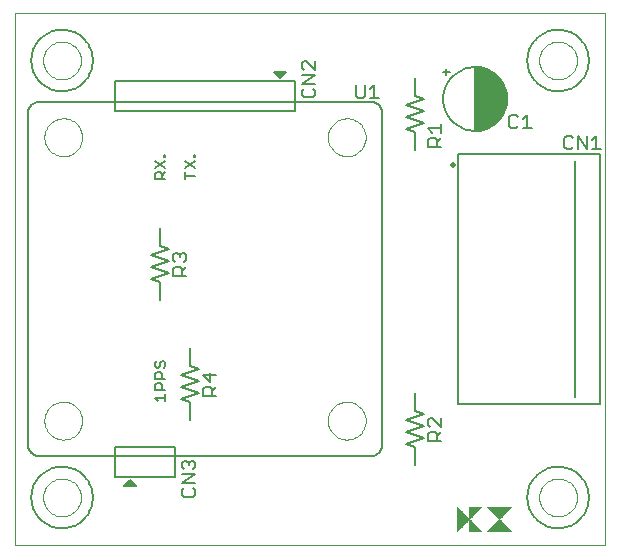
<source format=gto>
G75*
G70*
%OFA0B0*%
%FSLAX24Y24*%
%IPPOS*%
%LPD*%
%AMOC8*
5,1,8,0,0,1.08239X$1,22.5*
%
%ADD10C,0.0000*%
%ADD11C,0.0050*%
%ADD12C,0.0020*%
%ADD13C,0.0060*%
%ADD14C,0.0200*%
D10*
X000105Y000102D02*
X000105Y017818D01*
X019790Y017818D01*
X019790Y000102D01*
X000105Y000102D01*
X001050Y001677D02*
X001052Y001727D01*
X001058Y001777D01*
X001068Y001826D01*
X001082Y001874D01*
X001099Y001921D01*
X001120Y001966D01*
X001145Y002010D01*
X001173Y002051D01*
X001205Y002090D01*
X001239Y002127D01*
X001276Y002161D01*
X001316Y002191D01*
X001358Y002218D01*
X001402Y002242D01*
X001448Y002263D01*
X001495Y002279D01*
X001543Y002292D01*
X001593Y002301D01*
X001642Y002306D01*
X001693Y002307D01*
X001743Y002304D01*
X001792Y002297D01*
X001841Y002286D01*
X001889Y002271D01*
X001935Y002253D01*
X001980Y002231D01*
X002023Y002205D01*
X002064Y002176D01*
X002103Y002144D01*
X002139Y002109D01*
X002171Y002071D01*
X002201Y002031D01*
X002228Y001988D01*
X002251Y001944D01*
X002270Y001898D01*
X002286Y001850D01*
X002298Y001801D01*
X002306Y001752D01*
X002310Y001702D01*
X002310Y001652D01*
X002306Y001602D01*
X002298Y001553D01*
X002286Y001504D01*
X002270Y001456D01*
X002251Y001410D01*
X002228Y001366D01*
X002201Y001323D01*
X002171Y001283D01*
X002139Y001245D01*
X002103Y001210D01*
X002064Y001178D01*
X002023Y001149D01*
X001980Y001123D01*
X001935Y001101D01*
X001889Y001083D01*
X001841Y001068D01*
X001792Y001057D01*
X001743Y001050D01*
X001693Y001047D01*
X001642Y001048D01*
X001593Y001053D01*
X001543Y001062D01*
X001495Y001075D01*
X001448Y001091D01*
X001402Y001112D01*
X001358Y001136D01*
X001316Y001163D01*
X001276Y001193D01*
X001239Y001227D01*
X001205Y001264D01*
X001173Y001303D01*
X001145Y001344D01*
X001120Y001388D01*
X001099Y001433D01*
X001082Y001480D01*
X001068Y001528D01*
X001058Y001577D01*
X001052Y001627D01*
X001050Y001677D01*
X001093Y004236D02*
X001095Y004286D01*
X001101Y004336D01*
X001111Y004385D01*
X001125Y004433D01*
X001142Y004480D01*
X001163Y004525D01*
X001188Y004569D01*
X001216Y004610D01*
X001248Y004649D01*
X001282Y004686D01*
X001319Y004720D01*
X001359Y004750D01*
X001401Y004777D01*
X001445Y004801D01*
X001491Y004822D01*
X001538Y004838D01*
X001586Y004851D01*
X001636Y004860D01*
X001685Y004865D01*
X001736Y004866D01*
X001786Y004863D01*
X001835Y004856D01*
X001884Y004845D01*
X001932Y004830D01*
X001978Y004812D01*
X002023Y004790D01*
X002066Y004764D01*
X002107Y004735D01*
X002146Y004703D01*
X002182Y004668D01*
X002214Y004630D01*
X002244Y004590D01*
X002271Y004547D01*
X002294Y004503D01*
X002313Y004457D01*
X002329Y004409D01*
X002341Y004360D01*
X002349Y004311D01*
X002353Y004261D01*
X002353Y004211D01*
X002349Y004161D01*
X002341Y004112D01*
X002329Y004063D01*
X002313Y004015D01*
X002294Y003969D01*
X002271Y003925D01*
X002244Y003882D01*
X002214Y003842D01*
X002182Y003804D01*
X002146Y003769D01*
X002107Y003737D01*
X002066Y003708D01*
X002023Y003682D01*
X001978Y003660D01*
X001932Y003642D01*
X001884Y003627D01*
X001835Y003616D01*
X001786Y003609D01*
X001736Y003606D01*
X001685Y003607D01*
X001636Y003612D01*
X001586Y003621D01*
X001538Y003634D01*
X001491Y003650D01*
X001445Y003671D01*
X001401Y003695D01*
X001359Y003722D01*
X001319Y003752D01*
X001282Y003786D01*
X001248Y003823D01*
X001216Y003862D01*
X001188Y003903D01*
X001163Y003947D01*
X001142Y003992D01*
X001125Y004039D01*
X001111Y004087D01*
X001101Y004136D01*
X001095Y004186D01*
X001093Y004236D01*
X010542Y004236D02*
X010544Y004286D01*
X010550Y004336D01*
X010560Y004385D01*
X010574Y004433D01*
X010591Y004480D01*
X010612Y004525D01*
X010637Y004569D01*
X010665Y004610D01*
X010697Y004649D01*
X010731Y004686D01*
X010768Y004720D01*
X010808Y004750D01*
X010850Y004777D01*
X010894Y004801D01*
X010940Y004822D01*
X010987Y004838D01*
X011035Y004851D01*
X011085Y004860D01*
X011134Y004865D01*
X011185Y004866D01*
X011235Y004863D01*
X011284Y004856D01*
X011333Y004845D01*
X011381Y004830D01*
X011427Y004812D01*
X011472Y004790D01*
X011515Y004764D01*
X011556Y004735D01*
X011595Y004703D01*
X011631Y004668D01*
X011663Y004630D01*
X011693Y004590D01*
X011720Y004547D01*
X011743Y004503D01*
X011762Y004457D01*
X011778Y004409D01*
X011790Y004360D01*
X011798Y004311D01*
X011802Y004261D01*
X011802Y004211D01*
X011798Y004161D01*
X011790Y004112D01*
X011778Y004063D01*
X011762Y004015D01*
X011743Y003969D01*
X011720Y003925D01*
X011693Y003882D01*
X011663Y003842D01*
X011631Y003804D01*
X011595Y003769D01*
X011556Y003737D01*
X011515Y003708D01*
X011472Y003682D01*
X011427Y003660D01*
X011381Y003642D01*
X011333Y003627D01*
X011284Y003616D01*
X011235Y003609D01*
X011185Y003606D01*
X011134Y003607D01*
X011085Y003612D01*
X011035Y003621D01*
X010987Y003634D01*
X010940Y003650D01*
X010894Y003671D01*
X010850Y003695D01*
X010808Y003722D01*
X010768Y003752D01*
X010731Y003786D01*
X010697Y003823D01*
X010665Y003862D01*
X010637Y003903D01*
X010612Y003947D01*
X010591Y003992D01*
X010574Y004039D01*
X010560Y004087D01*
X010550Y004136D01*
X010544Y004186D01*
X010542Y004236D01*
X017585Y001677D02*
X017587Y001727D01*
X017593Y001777D01*
X017603Y001826D01*
X017617Y001874D01*
X017634Y001921D01*
X017655Y001966D01*
X017680Y002010D01*
X017708Y002051D01*
X017740Y002090D01*
X017774Y002127D01*
X017811Y002161D01*
X017851Y002191D01*
X017893Y002218D01*
X017937Y002242D01*
X017983Y002263D01*
X018030Y002279D01*
X018078Y002292D01*
X018128Y002301D01*
X018177Y002306D01*
X018228Y002307D01*
X018278Y002304D01*
X018327Y002297D01*
X018376Y002286D01*
X018424Y002271D01*
X018470Y002253D01*
X018515Y002231D01*
X018558Y002205D01*
X018599Y002176D01*
X018638Y002144D01*
X018674Y002109D01*
X018706Y002071D01*
X018736Y002031D01*
X018763Y001988D01*
X018786Y001944D01*
X018805Y001898D01*
X018821Y001850D01*
X018833Y001801D01*
X018841Y001752D01*
X018845Y001702D01*
X018845Y001652D01*
X018841Y001602D01*
X018833Y001553D01*
X018821Y001504D01*
X018805Y001456D01*
X018786Y001410D01*
X018763Y001366D01*
X018736Y001323D01*
X018706Y001283D01*
X018674Y001245D01*
X018638Y001210D01*
X018599Y001178D01*
X018558Y001149D01*
X018515Y001123D01*
X018470Y001101D01*
X018424Y001083D01*
X018376Y001068D01*
X018327Y001057D01*
X018278Y001050D01*
X018228Y001047D01*
X018177Y001048D01*
X018128Y001053D01*
X018078Y001062D01*
X018030Y001075D01*
X017983Y001091D01*
X017937Y001112D01*
X017893Y001136D01*
X017851Y001163D01*
X017811Y001193D01*
X017774Y001227D01*
X017740Y001264D01*
X017708Y001303D01*
X017680Y001344D01*
X017655Y001388D01*
X017634Y001433D01*
X017617Y001480D01*
X017603Y001528D01*
X017593Y001577D01*
X017587Y001627D01*
X017585Y001677D01*
X010542Y013684D02*
X010544Y013734D01*
X010550Y013784D01*
X010560Y013833D01*
X010574Y013881D01*
X010591Y013928D01*
X010612Y013973D01*
X010637Y014017D01*
X010665Y014058D01*
X010697Y014097D01*
X010731Y014134D01*
X010768Y014168D01*
X010808Y014198D01*
X010850Y014225D01*
X010894Y014249D01*
X010940Y014270D01*
X010987Y014286D01*
X011035Y014299D01*
X011085Y014308D01*
X011134Y014313D01*
X011185Y014314D01*
X011235Y014311D01*
X011284Y014304D01*
X011333Y014293D01*
X011381Y014278D01*
X011427Y014260D01*
X011472Y014238D01*
X011515Y014212D01*
X011556Y014183D01*
X011595Y014151D01*
X011631Y014116D01*
X011663Y014078D01*
X011693Y014038D01*
X011720Y013995D01*
X011743Y013951D01*
X011762Y013905D01*
X011778Y013857D01*
X011790Y013808D01*
X011798Y013759D01*
X011802Y013709D01*
X011802Y013659D01*
X011798Y013609D01*
X011790Y013560D01*
X011778Y013511D01*
X011762Y013463D01*
X011743Y013417D01*
X011720Y013373D01*
X011693Y013330D01*
X011663Y013290D01*
X011631Y013252D01*
X011595Y013217D01*
X011556Y013185D01*
X011515Y013156D01*
X011472Y013130D01*
X011427Y013108D01*
X011381Y013090D01*
X011333Y013075D01*
X011284Y013064D01*
X011235Y013057D01*
X011185Y013054D01*
X011134Y013055D01*
X011085Y013060D01*
X011035Y013069D01*
X010987Y013082D01*
X010940Y013098D01*
X010894Y013119D01*
X010850Y013143D01*
X010808Y013170D01*
X010768Y013200D01*
X010731Y013234D01*
X010697Y013271D01*
X010665Y013310D01*
X010637Y013351D01*
X010612Y013395D01*
X010591Y013440D01*
X010574Y013487D01*
X010560Y013535D01*
X010550Y013584D01*
X010544Y013634D01*
X010542Y013684D01*
X017585Y016243D02*
X017587Y016293D01*
X017593Y016343D01*
X017603Y016392D01*
X017617Y016440D01*
X017634Y016487D01*
X017655Y016532D01*
X017680Y016576D01*
X017708Y016617D01*
X017740Y016656D01*
X017774Y016693D01*
X017811Y016727D01*
X017851Y016757D01*
X017893Y016784D01*
X017937Y016808D01*
X017983Y016829D01*
X018030Y016845D01*
X018078Y016858D01*
X018128Y016867D01*
X018177Y016872D01*
X018228Y016873D01*
X018278Y016870D01*
X018327Y016863D01*
X018376Y016852D01*
X018424Y016837D01*
X018470Y016819D01*
X018515Y016797D01*
X018558Y016771D01*
X018599Y016742D01*
X018638Y016710D01*
X018674Y016675D01*
X018706Y016637D01*
X018736Y016597D01*
X018763Y016554D01*
X018786Y016510D01*
X018805Y016464D01*
X018821Y016416D01*
X018833Y016367D01*
X018841Y016318D01*
X018845Y016268D01*
X018845Y016218D01*
X018841Y016168D01*
X018833Y016119D01*
X018821Y016070D01*
X018805Y016022D01*
X018786Y015976D01*
X018763Y015932D01*
X018736Y015889D01*
X018706Y015849D01*
X018674Y015811D01*
X018638Y015776D01*
X018599Y015744D01*
X018558Y015715D01*
X018515Y015689D01*
X018470Y015667D01*
X018424Y015649D01*
X018376Y015634D01*
X018327Y015623D01*
X018278Y015616D01*
X018228Y015613D01*
X018177Y015614D01*
X018128Y015619D01*
X018078Y015628D01*
X018030Y015641D01*
X017983Y015657D01*
X017937Y015678D01*
X017893Y015702D01*
X017851Y015729D01*
X017811Y015759D01*
X017774Y015793D01*
X017740Y015830D01*
X017708Y015869D01*
X017680Y015910D01*
X017655Y015954D01*
X017634Y015999D01*
X017617Y016046D01*
X017603Y016094D01*
X017593Y016143D01*
X017587Y016193D01*
X017585Y016243D01*
X001050Y016243D02*
X001052Y016293D01*
X001058Y016343D01*
X001068Y016392D01*
X001082Y016440D01*
X001099Y016487D01*
X001120Y016532D01*
X001145Y016576D01*
X001173Y016617D01*
X001205Y016656D01*
X001239Y016693D01*
X001276Y016727D01*
X001316Y016757D01*
X001358Y016784D01*
X001402Y016808D01*
X001448Y016829D01*
X001495Y016845D01*
X001543Y016858D01*
X001593Y016867D01*
X001642Y016872D01*
X001693Y016873D01*
X001743Y016870D01*
X001792Y016863D01*
X001841Y016852D01*
X001889Y016837D01*
X001935Y016819D01*
X001980Y016797D01*
X002023Y016771D01*
X002064Y016742D01*
X002103Y016710D01*
X002139Y016675D01*
X002171Y016637D01*
X002201Y016597D01*
X002228Y016554D01*
X002251Y016510D01*
X002270Y016464D01*
X002286Y016416D01*
X002298Y016367D01*
X002306Y016318D01*
X002310Y016268D01*
X002310Y016218D01*
X002306Y016168D01*
X002298Y016119D01*
X002286Y016070D01*
X002270Y016022D01*
X002251Y015976D01*
X002228Y015932D01*
X002201Y015889D01*
X002171Y015849D01*
X002139Y015811D01*
X002103Y015776D01*
X002064Y015744D01*
X002023Y015715D01*
X001980Y015689D01*
X001935Y015667D01*
X001889Y015649D01*
X001841Y015634D01*
X001792Y015623D01*
X001743Y015616D01*
X001693Y015613D01*
X001642Y015614D01*
X001593Y015619D01*
X001543Y015628D01*
X001495Y015641D01*
X001448Y015657D01*
X001402Y015678D01*
X001358Y015702D01*
X001316Y015729D01*
X001276Y015759D01*
X001239Y015793D01*
X001205Y015830D01*
X001173Y015869D01*
X001145Y015910D01*
X001120Y015954D01*
X001099Y015999D01*
X001082Y016046D01*
X001068Y016094D01*
X001058Y016143D01*
X001052Y016193D01*
X001050Y016243D01*
X001093Y013684D02*
X001095Y013734D01*
X001101Y013784D01*
X001111Y013833D01*
X001125Y013881D01*
X001142Y013928D01*
X001163Y013973D01*
X001188Y014017D01*
X001216Y014058D01*
X001248Y014097D01*
X001282Y014134D01*
X001319Y014168D01*
X001359Y014198D01*
X001401Y014225D01*
X001445Y014249D01*
X001491Y014270D01*
X001538Y014286D01*
X001586Y014299D01*
X001636Y014308D01*
X001685Y014313D01*
X001736Y014314D01*
X001786Y014311D01*
X001835Y014304D01*
X001884Y014293D01*
X001932Y014278D01*
X001978Y014260D01*
X002023Y014238D01*
X002066Y014212D01*
X002107Y014183D01*
X002146Y014151D01*
X002182Y014116D01*
X002214Y014078D01*
X002244Y014038D01*
X002271Y013995D01*
X002294Y013951D01*
X002313Y013905D01*
X002329Y013857D01*
X002341Y013808D01*
X002349Y013759D01*
X002353Y013709D01*
X002353Y013659D01*
X002349Y013609D01*
X002341Y013560D01*
X002329Y013511D01*
X002313Y013463D01*
X002294Y013417D01*
X002271Y013373D01*
X002244Y013330D01*
X002214Y013290D01*
X002182Y013252D01*
X002146Y013217D01*
X002107Y013185D01*
X002066Y013156D01*
X002023Y013130D01*
X001978Y013108D01*
X001932Y013090D01*
X001884Y013075D01*
X001835Y013064D01*
X001786Y013057D01*
X001736Y013054D01*
X001685Y013055D01*
X001636Y013060D01*
X001586Y013069D01*
X001538Y013082D01*
X001491Y013098D01*
X001445Y013119D01*
X001401Y013143D01*
X001359Y013170D01*
X001319Y013200D01*
X001282Y013234D01*
X001248Y013271D01*
X001216Y013310D01*
X001188Y013351D01*
X001163Y013395D01*
X001142Y013440D01*
X001125Y013487D01*
X001111Y013535D01*
X001101Y013584D01*
X001095Y013634D01*
X001093Y013684D01*
D11*
X000542Y014472D02*
X000544Y014511D01*
X000550Y014549D01*
X000559Y014586D01*
X000572Y014623D01*
X000589Y014658D01*
X000608Y014691D01*
X000631Y014722D01*
X000657Y014751D01*
X000686Y014777D01*
X000717Y014800D01*
X000750Y014819D01*
X000785Y014836D01*
X000822Y014849D01*
X000859Y014858D01*
X000897Y014864D01*
X000936Y014866D01*
X011960Y014866D01*
X011999Y014864D01*
X012037Y014858D01*
X012074Y014849D01*
X012111Y014836D01*
X012146Y014819D01*
X012179Y014800D01*
X012210Y014777D01*
X012239Y014751D01*
X012265Y014722D01*
X012288Y014691D01*
X012307Y014658D01*
X012324Y014623D01*
X012337Y014586D01*
X012346Y014549D01*
X012352Y014511D01*
X012354Y014472D01*
X012353Y014472D02*
X012353Y003448D01*
X012354Y003448D02*
X012352Y003409D01*
X012346Y003371D01*
X012337Y003334D01*
X012324Y003297D01*
X012307Y003262D01*
X012288Y003229D01*
X012265Y003198D01*
X012239Y003169D01*
X012210Y003143D01*
X012179Y003120D01*
X012146Y003101D01*
X012111Y003084D01*
X012074Y003071D01*
X012037Y003062D01*
X011999Y003056D01*
X011960Y003054D01*
X000936Y003054D01*
X000897Y003056D01*
X000859Y003062D01*
X000822Y003071D01*
X000785Y003084D01*
X000750Y003101D01*
X000717Y003120D01*
X000686Y003143D01*
X000657Y003169D01*
X000631Y003198D01*
X000608Y003229D01*
X000589Y003262D01*
X000572Y003297D01*
X000559Y003334D01*
X000550Y003371D01*
X000544Y003409D01*
X000542Y003448D01*
X000542Y014472D01*
X000656Y016243D02*
X000658Y016307D01*
X000664Y016370D01*
X000674Y016433D01*
X000688Y016495D01*
X000705Y016556D01*
X000727Y016616D01*
X000752Y016675D01*
X000780Y016732D01*
X000812Y016787D01*
X000848Y016840D01*
X000887Y016890D01*
X000928Y016938D01*
X000973Y016984D01*
X001020Y017026D01*
X001070Y017066D01*
X001123Y017102D01*
X001177Y017135D01*
X001234Y017165D01*
X001292Y017191D01*
X001351Y017213D01*
X001412Y017231D01*
X001474Y017246D01*
X001537Y017257D01*
X001600Y017264D01*
X001664Y017267D01*
X001728Y017266D01*
X001791Y017261D01*
X001854Y017252D01*
X001917Y017239D01*
X001978Y017223D01*
X002039Y017202D01*
X002097Y017178D01*
X002155Y017150D01*
X002210Y017119D01*
X002264Y017084D01*
X002315Y017046D01*
X002364Y017005D01*
X002410Y016961D01*
X002453Y016915D01*
X002493Y016865D01*
X002530Y016814D01*
X002564Y016760D01*
X002595Y016704D01*
X002621Y016646D01*
X002645Y016587D01*
X002664Y016526D01*
X002680Y016464D01*
X002692Y016402D01*
X002700Y016338D01*
X002704Y016275D01*
X002704Y016211D01*
X002700Y016148D01*
X002692Y016084D01*
X002680Y016022D01*
X002664Y015960D01*
X002645Y015899D01*
X002621Y015840D01*
X002595Y015782D01*
X002564Y015726D01*
X002530Y015672D01*
X002493Y015621D01*
X002453Y015571D01*
X002410Y015525D01*
X002364Y015481D01*
X002315Y015440D01*
X002264Y015402D01*
X002210Y015367D01*
X002155Y015336D01*
X002097Y015308D01*
X002039Y015284D01*
X001978Y015263D01*
X001917Y015247D01*
X001854Y015234D01*
X001791Y015225D01*
X001728Y015220D01*
X001664Y015219D01*
X001600Y015222D01*
X001537Y015229D01*
X001474Y015240D01*
X001412Y015255D01*
X001351Y015273D01*
X001292Y015295D01*
X001234Y015321D01*
X001177Y015351D01*
X001123Y015384D01*
X001070Y015420D01*
X001020Y015460D01*
X000973Y015502D01*
X000928Y015548D01*
X000887Y015596D01*
X000848Y015646D01*
X000812Y015699D01*
X000780Y015754D01*
X000752Y015811D01*
X000727Y015870D01*
X000705Y015930D01*
X000688Y015991D01*
X000674Y016053D01*
X000664Y016116D01*
X000658Y016179D01*
X000656Y016243D01*
X003448Y015560D02*
X003448Y014560D01*
X009448Y014560D01*
X009448Y015560D01*
X003448Y015560D01*
X005064Y013080D02*
X005123Y013080D01*
X005123Y013022D01*
X005064Y013022D01*
X005064Y013080D01*
X005123Y012887D02*
X004772Y012653D01*
X004831Y012519D02*
X004772Y012460D01*
X004772Y012285D01*
X005123Y012285D01*
X005006Y012285D02*
X005006Y012460D01*
X004948Y012519D01*
X004831Y012519D01*
X005006Y012402D02*
X005123Y012519D01*
X005123Y012653D02*
X004772Y012887D01*
X005772Y012887D02*
X006123Y012653D01*
X006123Y012887D02*
X005772Y012653D01*
X005772Y012519D02*
X005772Y012285D01*
X005772Y012402D02*
X006123Y012402D01*
X006123Y013022D02*
X006123Y013080D01*
X006064Y013080D01*
X006064Y013022D01*
X006123Y013022D01*
X004948Y010660D02*
X004948Y010060D01*
X005248Y009960D01*
X004648Y009760D01*
X005248Y009560D01*
X004648Y009360D01*
X005248Y009160D01*
X004648Y008960D01*
X004948Y008860D01*
X004948Y008260D01*
X005948Y006660D02*
X005948Y006060D01*
X006248Y005960D01*
X005648Y005760D01*
X006248Y005560D01*
X005648Y005360D01*
X006248Y005160D01*
X005648Y004960D01*
X005948Y004860D01*
X005948Y004260D01*
X005123Y004885D02*
X005123Y005119D01*
X005123Y005002D02*
X004772Y005002D01*
X004889Y004885D01*
X004772Y005253D02*
X004772Y005428D01*
X004831Y005487D01*
X004948Y005487D01*
X005006Y005428D01*
X005006Y005253D01*
X005123Y005253D02*
X004772Y005253D01*
X004772Y005622D02*
X004772Y005797D01*
X004831Y005855D01*
X004948Y005855D01*
X005006Y005797D01*
X005006Y005622D01*
X005123Y005622D02*
X004772Y005622D01*
X004831Y005990D02*
X004772Y006048D01*
X004772Y006165D01*
X004831Y006223D01*
X004948Y006165D02*
X005006Y006223D01*
X005064Y006223D01*
X005123Y006165D01*
X005123Y006048D01*
X005064Y005990D01*
X004948Y006048D02*
X004948Y006165D01*
X004948Y006048D02*
X004889Y005990D01*
X004831Y005990D01*
X005448Y003360D02*
X003448Y003360D01*
X003448Y002360D01*
X005448Y002360D01*
X005448Y003360D01*
X004141Y002067D02*
X003755Y002067D01*
X003748Y002060D02*
X004148Y002060D01*
X003948Y002260D01*
X003748Y002060D01*
X003803Y002115D02*
X004092Y002115D01*
X004044Y002164D02*
X003852Y002164D01*
X003900Y002212D02*
X003995Y002212D01*
X000656Y001677D02*
X000658Y001741D01*
X000664Y001804D01*
X000674Y001867D01*
X000688Y001929D01*
X000705Y001990D01*
X000727Y002050D01*
X000752Y002109D01*
X000780Y002166D01*
X000812Y002221D01*
X000848Y002274D01*
X000887Y002324D01*
X000928Y002372D01*
X000973Y002418D01*
X001020Y002460D01*
X001070Y002500D01*
X001123Y002536D01*
X001177Y002569D01*
X001234Y002599D01*
X001292Y002625D01*
X001351Y002647D01*
X001412Y002665D01*
X001474Y002680D01*
X001537Y002691D01*
X001600Y002698D01*
X001664Y002701D01*
X001728Y002700D01*
X001791Y002695D01*
X001854Y002686D01*
X001917Y002673D01*
X001978Y002657D01*
X002039Y002636D01*
X002097Y002612D01*
X002155Y002584D01*
X002210Y002553D01*
X002264Y002518D01*
X002315Y002480D01*
X002364Y002439D01*
X002410Y002395D01*
X002453Y002349D01*
X002493Y002299D01*
X002530Y002248D01*
X002564Y002194D01*
X002595Y002138D01*
X002621Y002080D01*
X002645Y002021D01*
X002664Y001960D01*
X002680Y001898D01*
X002692Y001836D01*
X002700Y001772D01*
X002704Y001709D01*
X002704Y001645D01*
X002700Y001582D01*
X002692Y001518D01*
X002680Y001456D01*
X002664Y001394D01*
X002645Y001333D01*
X002621Y001274D01*
X002595Y001216D01*
X002564Y001160D01*
X002530Y001106D01*
X002493Y001055D01*
X002453Y001005D01*
X002410Y000959D01*
X002364Y000915D01*
X002315Y000874D01*
X002264Y000836D01*
X002210Y000801D01*
X002155Y000770D01*
X002097Y000742D01*
X002039Y000718D01*
X001978Y000697D01*
X001917Y000681D01*
X001854Y000668D01*
X001791Y000659D01*
X001728Y000654D01*
X001664Y000653D01*
X001600Y000656D01*
X001537Y000663D01*
X001474Y000674D01*
X001412Y000689D01*
X001351Y000707D01*
X001292Y000729D01*
X001234Y000755D01*
X001177Y000785D01*
X001123Y000818D01*
X001070Y000854D01*
X001020Y000894D01*
X000973Y000936D01*
X000928Y000982D01*
X000887Y001030D01*
X000848Y001080D01*
X000812Y001133D01*
X000780Y001188D01*
X000752Y001245D01*
X000727Y001304D01*
X000705Y001364D01*
X000688Y001425D01*
X000674Y001487D01*
X000664Y001550D01*
X000658Y001613D01*
X000656Y001677D01*
X013148Y003460D02*
X013748Y003660D01*
X013148Y003860D01*
X013748Y004060D01*
X013148Y004260D01*
X013748Y004460D01*
X013448Y004560D01*
X013448Y005160D01*
X014895Y004787D02*
X014895Y013133D01*
X019619Y013133D01*
X019619Y004787D01*
X014895Y004787D01*
X013448Y003360D02*
X013148Y003460D01*
X013448Y003360D02*
X013448Y002760D01*
X017191Y001677D02*
X017193Y001741D01*
X017199Y001804D01*
X017209Y001867D01*
X017223Y001929D01*
X017240Y001990D01*
X017262Y002050D01*
X017287Y002109D01*
X017315Y002166D01*
X017347Y002221D01*
X017383Y002274D01*
X017422Y002324D01*
X017463Y002372D01*
X017508Y002418D01*
X017555Y002460D01*
X017605Y002500D01*
X017658Y002536D01*
X017712Y002569D01*
X017769Y002599D01*
X017827Y002625D01*
X017886Y002647D01*
X017947Y002665D01*
X018009Y002680D01*
X018072Y002691D01*
X018135Y002698D01*
X018199Y002701D01*
X018263Y002700D01*
X018326Y002695D01*
X018389Y002686D01*
X018452Y002673D01*
X018513Y002657D01*
X018574Y002636D01*
X018632Y002612D01*
X018690Y002584D01*
X018745Y002553D01*
X018799Y002518D01*
X018850Y002480D01*
X018899Y002439D01*
X018945Y002395D01*
X018988Y002349D01*
X019028Y002299D01*
X019065Y002248D01*
X019099Y002194D01*
X019130Y002138D01*
X019156Y002080D01*
X019180Y002021D01*
X019199Y001960D01*
X019215Y001898D01*
X019227Y001836D01*
X019235Y001772D01*
X019239Y001709D01*
X019239Y001645D01*
X019235Y001582D01*
X019227Y001518D01*
X019215Y001456D01*
X019199Y001394D01*
X019180Y001333D01*
X019156Y001274D01*
X019130Y001216D01*
X019099Y001160D01*
X019065Y001106D01*
X019028Y001055D01*
X018988Y001005D01*
X018945Y000959D01*
X018899Y000915D01*
X018850Y000874D01*
X018799Y000836D01*
X018745Y000801D01*
X018690Y000770D01*
X018632Y000742D01*
X018574Y000718D01*
X018513Y000697D01*
X018452Y000681D01*
X018389Y000668D01*
X018326Y000659D01*
X018263Y000654D01*
X018199Y000653D01*
X018135Y000656D01*
X018072Y000663D01*
X018009Y000674D01*
X017947Y000689D01*
X017886Y000707D01*
X017827Y000729D01*
X017769Y000755D01*
X017712Y000785D01*
X017658Y000818D01*
X017605Y000854D01*
X017555Y000894D01*
X017508Y000936D01*
X017463Y000982D01*
X017422Y001030D01*
X017383Y001080D01*
X017347Y001133D01*
X017315Y001188D01*
X017287Y001245D01*
X017262Y001304D01*
X017240Y001364D01*
X017223Y001425D01*
X017209Y001487D01*
X017199Y001550D01*
X017193Y001613D01*
X017191Y001677D01*
X018792Y005023D02*
X018792Y012897D01*
X016415Y014518D02*
X016468Y014661D01*
X016500Y014809D01*
X016511Y014960D01*
X016500Y015111D01*
X016468Y015259D01*
X016415Y015402D01*
X016342Y015535D01*
X016251Y015656D01*
X016144Y015763D01*
X016022Y015854D01*
X015889Y015927D01*
X015747Y015980D01*
X015599Y016012D01*
X015448Y016023D01*
X015448Y013897D01*
X015599Y013908D01*
X015747Y013940D01*
X015889Y013993D01*
X016022Y014066D01*
X016144Y014157D01*
X016251Y014264D01*
X016342Y014385D01*
X016415Y014518D01*
X016424Y014542D02*
X015448Y014542D01*
X015448Y014494D02*
X016401Y014494D01*
X016375Y014445D02*
X015448Y014445D01*
X015448Y014397D02*
X016348Y014397D01*
X016314Y014348D02*
X015448Y014348D01*
X015448Y014300D02*
X016278Y014300D01*
X016238Y014251D02*
X015448Y014251D01*
X015448Y014203D02*
X016190Y014203D01*
X016140Y014154D02*
X015448Y014154D01*
X015448Y014106D02*
X016076Y014106D01*
X016006Y014057D02*
X015448Y014057D01*
X015448Y014009D02*
X015918Y014009D01*
X015801Y013960D02*
X015448Y013960D01*
X015448Y013911D02*
X015616Y013911D01*
X015448Y014591D02*
X016442Y014591D01*
X016460Y014640D02*
X015448Y014640D01*
X015448Y014688D02*
X016474Y014688D01*
X016484Y014737D02*
X015448Y014737D01*
X015448Y014785D02*
X016495Y014785D01*
X016502Y014834D02*
X015448Y014834D01*
X015448Y014882D02*
X016505Y014882D01*
X016509Y014931D02*
X015448Y014931D01*
X014385Y014960D02*
X014387Y015025D01*
X014393Y015089D01*
X014403Y015153D01*
X014416Y015217D01*
X014434Y015279D01*
X014455Y015340D01*
X014480Y015400D01*
X014509Y015458D01*
X014541Y015515D01*
X014577Y015569D01*
X014615Y015621D01*
X014657Y015670D01*
X014702Y015717D01*
X014750Y015761D01*
X014800Y015803D01*
X014852Y015840D01*
X014907Y015875D01*
X014964Y015906D01*
X015023Y015934D01*
X015083Y015958D01*
X015144Y015979D01*
X015207Y015995D01*
X015271Y016008D01*
X015335Y016017D01*
X015399Y016022D01*
X015464Y016023D01*
X015529Y016020D01*
X015593Y016013D01*
X015657Y016002D01*
X015721Y015987D01*
X015783Y015969D01*
X015844Y015947D01*
X015903Y015921D01*
X015961Y015891D01*
X016016Y015858D01*
X016070Y015822D01*
X016122Y015782D01*
X016170Y015740D01*
X016217Y015694D01*
X016260Y015646D01*
X016300Y015595D01*
X016337Y015542D01*
X016371Y015487D01*
X016402Y015430D01*
X016429Y015371D01*
X016452Y015310D01*
X016471Y015248D01*
X016487Y015185D01*
X016499Y015121D01*
X016507Y015057D01*
X016511Y014992D01*
X016511Y014928D01*
X016507Y014863D01*
X016499Y014799D01*
X016487Y014735D01*
X016471Y014672D01*
X016452Y014610D01*
X016429Y014549D01*
X016402Y014490D01*
X016371Y014433D01*
X016337Y014378D01*
X016300Y014325D01*
X016260Y014274D01*
X016217Y014226D01*
X016170Y014180D01*
X016122Y014138D01*
X016070Y014098D01*
X016016Y014062D01*
X015961Y014029D01*
X015903Y013999D01*
X015844Y013973D01*
X015783Y013951D01*
X015721Y013933D01*
X015657Y013918D01*
X015593Y013907D01*
X015529Y013900D01*
X015464Y013897D01*
X015399Y013898D01*
X015335Y013903D01*
X015271Y013912D01*
X015207Y013925D01*
X015144Y013941D01*
X015083Y013962D01*
X015023Y013986D01*
X014964Y014014D01*
X014907Y014045D01*
X014852Y014080D01*
X014800Y014117D01*
X014750Y014159D01*
X014702Y014203D01*
X014657Y014250D01*
X014615Y014299D01*
X014577Y014351D01*
X014541Y014405D01*
X014509Y014462D01*
X014480Y014520D01*
X014455Y014580D01*
X014434Y014641D01*
X014416Y014703D01*
X014403Y014767D01*
X014393Y014831D01*
X014387Y014895D01*
X014385Y014960D01*
X013748Y014960D02*
X013148Y014760D01*
X013748Y014560D01*
X013148Y014360D01*
X013748Y014160D01*
X013148Y013960D01*
X013448Y013860D01*
X013448Y013260D01*
X013748Y014960D02*
X013448Y015060D01*
X013448Y015660D01*
X015448Y015659D02*
X016248Y015659D01*
X016285Y015610D02*
X015448Y015610D01*
X015448Y015562D02*
X016322Y015562D01*
X016354Y015513D02*
X015448Y015513D01*
X015448Y015465D02*
X016380Y015465D01*
X016407Y015416D02*
X015448Y015416D01*
X015448Y015368D02*
X016427Y015368D01*
X016445Y015319D02*
X015448Y015319D01*
X015448Y015271D02*
X016463Y015271D01*
X016476Y015222D02*
X015448Y015222D01*
X015448Y015174D02*
X016486Y015174D01*
X016497Y015125D02*
X015448Y015125D01*
X015448Y015076D02*
X016502Y015076D01*
X016506Y015028D02*
X015448Y015028D01*
X015448Y014979D02*
X016509Y014979D01*
X016200Y015708D02*
X015448Y015708D01*
X015448Y015756D02*
X016151Y015756D01*
X016089Y015805D02*
X015448Y015805D01*
X015448Y015853D02*
X016024Y015853D01*
X015936Y015902D02*
X015448Y015902D01*
X015448Y015950D02*
X015827Y015950D01*
X015661Y015999D02*
X015448Y015999D01*
X017191Y016243D02*
X017193Y016307D01*
X017199Y016370D01*
X017209Y016433D01*
X017223Y016495D01*
X017240Y016556D01*
X017262Y016616D01*
X017287Y016675D01*
X017315Y016732D01*
X017347Y016787D01*
X017383Y016840D01*
X017422Y016890D01*
X017463Y016938D01*
X017508Y016984D01*
X017555Y017026D01*
X017605Y017066D01*
X017658Y017102D01*
X017712Y017135D01*
X017769Y017165D01*
X017827Y017191D01*
X017886Y017213D01*
X017947Y017231D01*
X018009Y017246D01*
X018072Y017257D01*
X018135Y017264D01*
X018199Y017267D01*
X018263Y017266D01*
X018326Y017261D01*
X018389Y017252D01*
X018452Y017239D01*
X018513Y017223D01*
X018574Y017202D01*
X018632Y017178D01*
X018690Y017150D01*
X018745Y017119D01*
X018799Y017084D01*
X018850Y017046D01*
X018899Y017005D01*
X018945Y016961D01*
X018988Y016915D01*
X019028Y016865D01*
X019065Y016814D01*
X019099Y016760D01*
X019130Y016704D01*
X019156Y016646D01*
X019180Y016587D01*
X019199Y016526D01*
X019215Y016464D01*
X019227Y016402D01*
X019235Y016338D01*
X019239Y016275D01*
X019239Y016211D01*
X019235Y016148D01*
X019227Y016084D01*
X019215Y016022D01*
X019199Y015960D01*
X019180Y015899D01*
X019156Y015840D01*
X019130Y015782D01*
X019099Y015726D01*
X019065Y015672D01*
X019028Y015621D01*
X018988Y015571D01*
X018945Y015525D01*
X018899Y015481D01*
X018850Y015440D01*
X018799Y015402D01*
X018745Y015367D01*
X018690Y015336D01*
X018632Y015308D01*
X018574Y015284D01*
X018513Y015263D01*
X018452Y015247D01*
X018389Y015234D01*
X018326Y015225D01*
X018263Y015220D01*
X018199Y015219D01*
X018135Y015222D01*
X018072Y015229D01*
X018009Y015240D01*
X017947Y015255D01*
X017886Y015273D01*
X017827Y015295D01*
X017769Y015321D01*
X017712Y015351D01*
X017658Y015384D01*
X017605Y015420D01*
X017555Y015460D01*
X017508Y015502D01*
X017463Y015548D01*
X017422Y015596D01*
X017383Y015646D01*
X017347Y015699D01*
X017315Y015754D01*
X017287Y015811D01*
X017262Y015870D01*
X017240Y015930D01*
X017223Y015991D01*
X017209Y016053D01*
X017199Y016116D01*
X017193Y016179D01*
X017191Y016243D01*
X009148Y015860D02*
X008748Y015860D01*
X008948Y015660D01*
X009148Y015860D01*
X009141Y015853D02*
X008755Y015853D01*
X008803Y015805D02*
X009092Y015805D01*
X009044Y015756D02*
X008852Y015756D01*
X008900Y015708D02*
X008995Y015708D01*
D12*
X014848Y001360D02*
X015248Y000960D01*
X015248Y000560D01*
X015648Y000560D01*
X015248Y000960D01*
X015648Y001360D01*
X015248Y001360D01*
X015248Y000960D01*
X014848Y000560D01*
X014848Y001360D01*
X014848Y001357D02*
X014850Y001357D01*
X014848Y001339D02*
X014869Y001339D01*
X014888Y001320D02*
X014848Y001320D01*
X014848Y001302D02*
X014906Y001302D01*
X014925Y001283D02*
X014848Y001283D01*
X014848Y001265D02*
X014943Y001265D01*
X014962Y001246D02*
X014848Y001246D01*
X014848Y001227D02*
X014980Y001227D01*
X014999Y001209D02*
X014848Y001209D01*
X014848Y001190D02*
X015017Y001190D01*
X015036Y001172D02*
X014848Y001172D01*
X014848Y001153D02*
X015054Y001153D01*
X015073Y001135D02*
X014848Y001135D01*
X014848Y001116D02*
X015092Y001116D01*
X015110Y001098D02*
X014848Y001098D01*
X014848Y001079D02*
X015129Y001079D01*
X015147Y001061D02*
X014848Y001061D01*
X014848Y001042D02*
X015166Y001042D01*
X015184Y001023D02*
X014848Y001023D01*
X014848Y001005D02*
X015203Y001005D01*
X015221Y000986D02*
X014848Y000986D01*
X014848Y000968D02*
X015240Y000968D01*
X015248Y000968D02*
X015256Y000968D01*
X015258Y000949D02*
X015248Y000949D01*
X015237Y000949D02*
X014848Y000949D01*
X014848Y000931D02*
X015218Y000931D01*
X015200Y000912D02*
X014848Y000912D01*
X014848Y000894D02*
X015181Y000894D01*
X015163Y000875D02*
X014848Y000875D01*
X014848Y000857D02*
X015144Y000857D01*
X015126Y000838D02*
X014848Y000838D01*
X014848Y000819D02*
X015107Y000819D01*
X015089Y000801D02*
X014848Y000801D01*
X014848Y000782D02*
X015070Y000782D01*
X015052Y000764D02*
X014848Y000764D01*
X014848Y000745D02*
X015033Y000745D01*
X015014Y000727D02*
X014848Y000727D01*
X014848Y000708D02*
X014996Y000708D01*
X014977Y000690D02*
X014848Y000690D01*
X014848Y000671D02*
X014959Y000671D01*
X014940Y000653D02*
X014848Y000653D01*
X014848Y000634D02*
X014922Y000634D01*
X014903Y000616D02*
X014848Y000616D01*
X014848Y000597D02*
X014885Y000597D01*
X014866Y000578D02*
X014848Y000578D01*
X015248Y000578D02*
X015629Y000578D01*
X015611Y000597D02*
X015248Y000597D01*
X015248Y000616D02*
X015592Y000616D01*
X015574Y000634D02*
X015248Y000634D01*
X015248Y000653D02*
X015555Y000653D01*
X015537Y000671D02*
X015248Y000671D01*
X015248Y000690D02*
X015518Y000690D01*
X015499Y000708D02*
X015248Y000708D01*
X015248Y000727D02*
X015481Y000727D01*
X015462Y000745D02*
X015248Y000745D01*
X015248Y000764D02*
X015444Y000764D01*
X015425Y000782D02*
X015248Y000782D01*
X015248Y000801D02*
X015407Y000801D01*
X015388Y000819D02*
X015248Y000819D01*
X015248Y000838D02*
X015370Y000838D01*
X015351Y000857D02*
X015248Y000857D01*
X015248Y000875D02*
X015333Y000875D01*
X015314Y000894D02*
X015248Y000894D01*
X015248Y000912D02*
X015296Y000912D01*
X015277Y000931D02*
X015248Y000931D01*
X015248Y000986D02*
X015274Y000986D01*
X015293Y001005D02*
X015248Y001005D01*
X015248Y001023D02*
X015311Y001023D01*
X015330Y001042D02*
X015248Y001042D01*
X015248Y001061D02*
X015348Y001061D01*
X015367Y001079D02*
X015248Y001079D01*
X015248Y001098D02*
X015385Y001098D01*
X015404Y001116D02*
X015248Y001116D01*
X015248Y001135D02*
X015422Y001135D01*
X015441Y001153D02*
X015248Y001153D01*
X015248Y001172D02*
X015460Y001172D01*
X015478Y001190D02*
X015248Y001190D01*
X015248Y001209D02*
X015497Y001209D01*
X015515Y001227D02*
X015248Y001227D01*
X015248Y001246D02*
X015534Y001246D01*
X015552Y001265D02*
X015248Y001265D01*
X015248Y001283D02*
X015571Y001283D01*
X015589Y001302D02*
X015248Y001302D01*
X015248Y001320D02*
X015608Y001320D01*
X015626Y001339D02*
X015248Y001339D01*
X015248Y001357D02*
X015645Y001357D01*
X015848Y001360D02*
X016648Y001360D01*
X016248Y000960D01*
X016648Y000560D01*
X015848Y000560D01*
X016248Y000960D01*
X015848Y001360D01*
X015850Y001357D02*
X016645Y001357D01*
X016626Y001339D02*
X015869Y001339D01*
X015888Y001320D02*
X016608Y001320D01*
X016589Y001302D02*
X015906Y001302D01*
X015925Y001283D02*
X016571Y001283D01*
X016552Y001265D02*
X015943Y001265D01*
X015962Y001246D02*
X016534Y001246D01*
X016515Y001227D02*
X015980Y001227D01*
X015999Y001209D02*
X016497Y001209D01*
X016478Y001190D02*
X016017Y001190D01*
X016036Y001172D02*
X016460Y001172D01*
X016441Y001153D02*
X016054Y001153D01*
X016073Y001135D02*
X016422Y001135D01*
X016404Y001116D02*
X016092Y001116D01*
X016110Y001098D02*
X016385Y001098D01*
X016367Y001079D02*
X016129Y001079D01*
X016147Y001061D02*
X016348Y001061D01*
X016330Y001042D02*
X016166Y001042D01*
X016184Y001023D02*
X016311Y001023D01*
X016293Y001005D02*
X016203Y001005D01*
X016221Y000986D02*
X016274Y000986D01*
X016256Y000968D02*
X016240Y000968D01*
X016237Y000949D02*
X016258Y000949D01*
X016277Y000931D02*
X016218Y000931D01*
X016200Y000912D02*
X016296Y000912D01*
X016314Y000894D02*
X016181Y000894D01*
X016163Y000875D02*
X016333Y000875D01*
X016351Y000857D02*
X016144Y000857D01*
X016126Y000838D02*
X016370Y000838D01*
X016388Y000819D02*
X016107Y000819D01*
X016089Y000801D02*
X016407Y000801D01*
X016425Y000782D02*
X016070Y000782D01*
X016052Y000764D02*
X016444Y000764D01*
X016462Y000745D02*
X016033Y000745D01*
X016014Y000727D02*
X016481Y000727D01*
X016499Y000708D02*
X015996Y000708D01*
X015977Y000690D02*
X016518Y000690D01*
X016537Y000671D02*
X015959Y000671D01*
X015940Y000653D02*
X016555Y000653D01*
X016574Y000634D02*
X015922Y000634D01*
X015903Y000616D02*
X016592Y000616D01*
X016611Y000597D02*
X015885Y000597D01*
X015866Y000578D02*
X016629Y000578D01*
D13*
X014318Y003569D02*
X013877Y003569D01*
X013877Y003789D01*
X013951Y003863D01*
X014098Y003863D01*
X014171Y003789D01*
X014171Y003569D01*
X014171Y003716D02*
X014318Y003863D01*
X014318Y004030D02*
X014024Y004323D01*
X013951Y004323D01*
X013877Y004250D01*
X013877Y004103D01*
X013951Y004030D01*
X014318Y004030D02*
X014318Y004323D01*
X006818Y005069D02*
X006377Y005069D01*
X006377Y005289D01*
X006451Y005363D01*
X006598Y005363D01*
X006671Y005289D01*
X006671Y005069D01*
X006671Y005216D02*
X006818Y005363D01*
X006598Y005530D02*
X006598Y005823D01*
X006818Y005750D02*
X006377Y005750D01*
X006598Y005530D01*
X006044Y002904D02*
X005971Y002904D01*
X005898Y002831D01*
X005898Y002757D01*
X005898Y002831D02*
X005824Y002904D01*
X005751Y002904D01*
X005677Y002831D01*
X005677Y002684D01*
X005751Y002611D01*
X005677Y002444D02*
X006118Y002444D01*
X005677Y002150D01*
X006118Y002150D01*
X006044Y001984D02*
X006118Y001910D01*
X006118Y001763D01*
X006044Y001690D01*
X005751Y001690D01*
X005677Y001763D01*
X005677Y001910D01*
X005751Y001984D01*
X006044Y002611D02*
X006118Y002684D01*
X006118Y002831D01*
X006044Y002904D01*
X005818Y009069D02*
X005377Y009069D01*
X005377Y009289D01*
X005451Y009363D01*
X005598Y009363D01*
X005671Y009289D01*
X005671Y009069D01*
X005671Y009216D02*
X005818Y009363D01*
X005744Y009530D02*
X005818Y009603D01*
X005818Y009750D01*
X005744Y009823D01*
X005671Y009823D01*
X005598Y009750D01*
X005598Y009676D01*
X005598Y009750D02*
X005524Y009823D01*
X005451Y009823D01*
X005377Y009750D01*
X005377Y009603D01*
X005451Y009530D01*
X009751Y015009D02*
X010044Y015009D01*
X010118Y015082D01*
X010118Y015229D01*
X010044Y015302D01*
X010118Y015469D02*
X009677Y015469D01*
X010118Y015763D01*
X009677Y015763D01*
X009751Y015930D02*
X009677Y016003D01*
X009677Y016150D01*
X009751Y016223D01*
X009824Y016223D01*
X010118Y015930D01*
X010118Y016223D01*
X009751Y015302D02*
X009677Y015229D01*
X009677Y015082D01*
X009751Y015009D01*
X011478Y015063D02*
X011551Y014990D01*
X011698Y014990D01*
X011771Y015063D01*
X011771Y015430D01*
X011938Y015284D02*
X012085Y015430D01*
X012085Y014990D01*
X011938Y014990D02*
X012232Y014990D01*
X011478Y015063D02*
X011478Y015430D01*
X013877Y013976D02*
X014024Y013830D01*
X013951Y013663D02*
X014098Y013663D01*
X014171Y013589D01*
X014171Y013369D01*
X014318Y013369D02*
X013877Y013369D01*
X013877Y013589D01*
X013951Y013663D01*
X014171Y013516D02*
X014318Y013663D01*
X014318Y013830D02*
X014318Y014123D01*
X014318Y013976D02*
X013877Y013976D01*
X014491Y015747D02*
X014491Y015974D01*
X014378Y015860D02*
X014605Y015860D01*
X016578Y014357D02*
X016578Y014063D01*
X016651Y013990D01*
X016798Y013990D01*
X016871Y014063D01*
X017038Y013990D02*
X017332Y013990D01*
X017185Y013990D02*
X017185Y014430D01*
X017038Y014284D01*
X016871Y014357D02*
X016798Y014430D01*
X016651Y014430D01*
X016578Y014357D01*
X018428Y013657D02*
X018428Y013363D01*
X018501Y013290D01*
X018648Y013290D01*
X018721Y013363D01*
X018888Y013290D02*
X018888Y013730D01*
X019182Y013290D01*
X019182Y013730D01*
X019348Y013584D02*
X019495Y013730D01*
X019495Y013290D01*
X019348Y013290D02*
X019642Y013290D01*
X018721Y013657D02*
X018648Y013730D01*
X018501Y013730D01*
X018428Y013657D01*
D14*
X014698Y012760D03*
M02*

</source>
